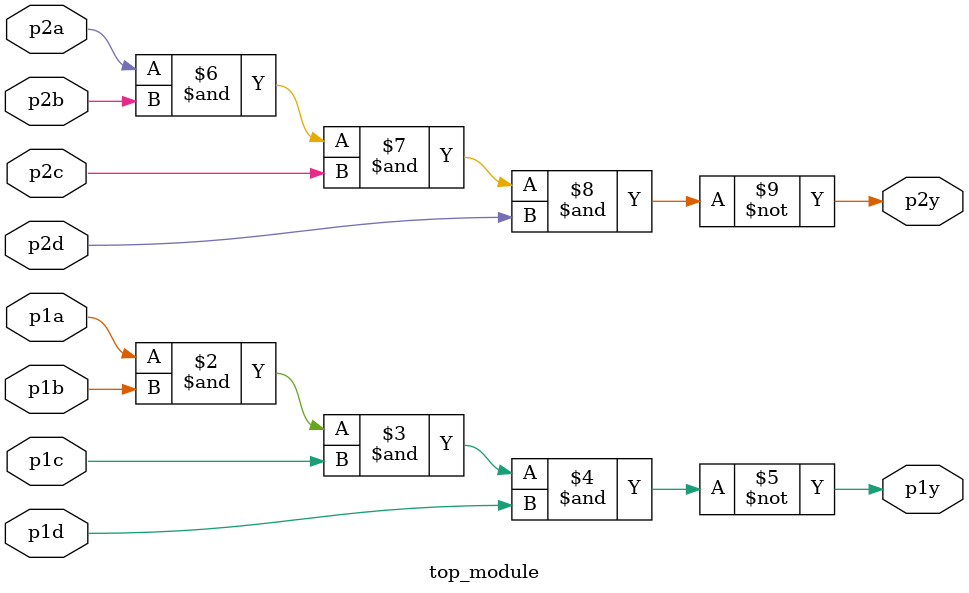
<source format=v>
module top_module ( 
    input p1a, p1b, p1c, p1d,
    output p1y,
    input p2a, p2b, p2c, p2d,
    output p2y );

    always@(*)
        begin
            
            p1y = ~( p1a & p1b & p1c & p1d);
            p2y = ~( p2a & p2b & p2c & p2d);
            
        end
    
endmodule

</source>
